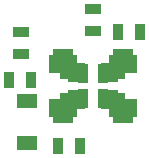
<source format=gbr>
%TF.GenerationSoftware,KiCad,Pcbnew,7.0.7-7.0.7~ubuntu23.04.1*%
%TF.CreationDate,2023-09-17T08:07:36+00:00*%
%TF.ProjectId,CLKGEN02,434c4b47-454e-4303-922e-6b696361645f,rev?*%
%TF.SameCoordinates,Original*%
%TF.FileFunction,Paste,Bot*%
%TF.FilePolarity,Positive*%
%FSLAX46Y46*%
G04 Gerber Fmt 4.6, Leading zero omitted, Abs format (unit mm)*
G04 Created by KiCad (PCBNEW 7.0.7-7.0.7~ubuntu23.04.1) date 2023-09-17 08:07:36*
%MOMM*%
%LPD*%
G01*
G04 APERTURE LIST*
%ADD10R,1.397000X0.889000*%
%ADD11R,0.889000X1.397000*%
%ADD12R,1.699260X1.300480*%
%ADD13R,1.700000X1.500000*%
%ADD14R,1.800000X2.000000*%
%ADD15R,1.600000X1.350000*%
%ADD16R,1.400000X1.300000*%
%ADD17R,2.400000X1.500000*%
%ADD18R,0.900000X0.800000*%
G04 APERTURE END LIST*
D10*
%TO.C,C1*%
X14224000Y25463500D03*
X14224000Y27368500D03*
%TD*%
D11*
%TO.C,C2*%
X16319500Y25400000D03*
X18224500Y25400000D03*
%TD*%
%TO.C,C3*%
X11239500Y15748000D03*
X13144500Y15748000D03*
%TD*%
D12*
%TO.C,D1*%
X8636000Y16029940D03*
X8636000Y19530060D03*
%TD*%
D10*
%TO.C,R1*%
X8128000Y25400000D03*
X8128000Y23495000D03*
%TD*%
D11*
%TO.C,R2*%
X7112000Y21336000D03*
X9017000Y21336000D03*
%TD*%
D13*
%TO.C,X1*%
X15494000Y19728000D03*
X12954000Y19728000D03*
X12954000Y21928000D03*
X15494000Y21928000D03*
%TD*%
D14*
%TO.C,X2*%
X16764000Y18728000D03*
X11684000Y18728000D03*
X11684000Y22928000D03*
X16764000Y22928000D03*
%TD*%
D15*
%TO.C,X3*%
X15674000Y19578000D03*
X12774000Y19578000D03*
X12774000Y22078000D03*
X15674000Y22078000D03*
%TD*%
D16*
%TO.C,X4*%
X15524000Y19828000D03*
X12924000Y19828000D03*
X12924000Y21828000D03*
X15524000Y21828000D03*
%TD*%
D15*
%TO.C,X6*%
X16224000Y19578000D03*
X12224000Y19578000D03*
X12224000Y22078000D03*
X16224000Y22078000D03*
%TD*%
D17*
%TO.C,X7*%
X16764000Y18978000D03*
X11684000Y18978000D03*
X11684000Y22678000D03*
X16764000Y22678000D03*
%TD*%
D18*
%TO.C,X8*%
X15049000Y20203000D03*
X13399000Y20203000D03*
X13399000Y21453000D03*
X15049000Y21453000D03*
%TD*%
M02*

</source>
